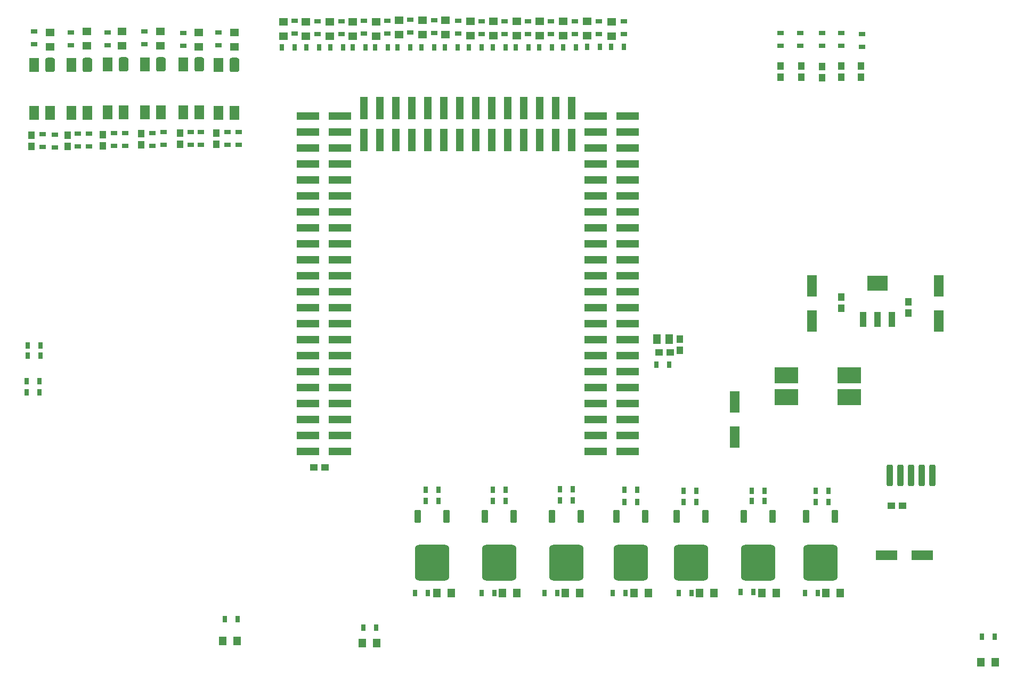
<source format=gtp>
G04*
G04 #@! TF.GenerationSoftware,Altium Limited,Altium Designer,20.1.12 (249)*
G04*
G04 Layer_Color=8421504*
%FSTAX24Y24*%
%MOIN*%
G70*
G04*
G04 #@! TF.SameCoordinates,65647CF5-6095-42B6-9084-E7F1C421F8D5*
G04*
G04*
G04 #@! TF.FilePolarity,Positive*
G04*
G01*
G75*
G04:AMPARAMS|DCode=24|XSize=90mil|YSize=63mil|CornerRadius=15.7mil|HoleSize=0mil|Usage=FLASHONLY|Rotation=270.000|XOffset=0mil|YOffset=0mil|HoleType=Round|Shape=RoundedRectangle|*
%AMROUNDEDRECTD24*
21,1,0.0900,0.0315,0,0,270.0*
21,1,0.0585,0.0630,0,0,270.0*
1,1,0.0315,-0.0157,-0.0293*
1,1,0.0315,-0.0157,0.0293*
1,1,0.0315,0.0157,0.0293*
1,1,0.0315,0.0157,-0.0293*
%
%ADD24ROUNDEDRECTD24*%
%ADD25R,0.0630X0.0900*%
%ADD26R,0.0433X0.0315*%
%ADD27R,0.0550X0.0500*%
%ADD28R,0.0433X0.0472*%
%ADD29R,0.0315X0.0433*%
G04:AMPARAMS|DCode=30|XSize=39.4mil|YSize=78.7mil|CornerRadius=4.9mil|HoleSize=0mil|Usage=FLASHONLY|Rotation=180.000|XOffset=0mil|YOffset=0mil|HoleType=Round|Shape=RoundedRectangle|*
%AMROUNDEDRECTD30*
21,1,0.0394,0.0689,0,0,180.0*
21,1,0.0295,0.0787,0,0,180.0*
1,1,0.0098,-0.0148,0.0344*
1,1,0.0098,0.0148,0.0344*
1,1,0.0098,0.0148,-0.0344*
1,1,0.0098,-0.0148,-0.0344*
%
%ADD30ROUNDEDRECTD30*%
G04:AMPARAMS|DCode=31|XSize=216.5mil|YSize=224.4mil|CornerRadius=27.1mil|HoleSize=0mil|Usage=FLASHONLY|Rotation=180.000|XOffset=0mil|YOffset=0mil|HoleType=Round|Shape=RoundedRectangle|*
%AMROUNDEDRECTD31*
21,1,0.2165,0.1703,0,0,180.0*
21,1,0.1624,0.2244,0,0,180.0*
1,1,0.0541,-0.0812,0.0851*
1,1,0.0541,0.0812,0.0851*
1,1,0.0541,0.0812,-0.0851*
1,1,0.0541,-0.0812,-0.0851*
%
%ADD31ROUNDEDRECTD31*%
G04:AMPARAMS|DCode=32|XSize=39.4mil|YSize=133.9mil|CornerRadius=9.8mil|HoleSize=0mil|Usage=FLASHONLY|Rotation=0.000|XOffset=0mil|YOffset=0mil|HoleType=Round|Shape=RoundedRectangle|*
%AMROUNDEDRECTD32*
21,1,0.0394,0.1142,0,0,0.0*
21,1,0.0197,0.1339,0,0,0.0*
1,1,0.0197,0.0098,-0.0571*
1,1,0.0197,-0.0098,-0.0571*
1,1,0.0197,-0.0098,0.0571*
1,1,0.0197,0.0098,0.0571*
%
%ADD32ROUNDEDRECTD32*%
%ADD33R,0.1299X0.0945*%
%ADD34R,0.0394X0.0945*%
%ADD35R,0.1378X0.0630*%
%ADD36R,0.0630X0.1378*%
%ADD37R,0.0472X0.0433*%
%ADD38R,0.0500X0.0550*%
%ADD39R,0.1398X0.0472*%
%ADD40R,0.1417X0.0472*%
%ADD41R,0.0472X0.1417*%
%ADD42R,0.1516X0.0984*%
%ADD43R,0.0512X0.0591*%
D24*
X0184Y07795D02*
D03*
X023Y078D02*
D03*
X02075Y07795D02*
D03*
X02995D02*
D03*
X02535Y078D02*
D03*
X02775D02*
D03*
D25*
X0174Y07795D02*
D03*
Y07495D02*
D03*
X0184D02*
D03*
X022Y078D02*
D03*
Y075D02*
D03*
X023D02*
D03*
X01975Y07795D02*
D03*
Y07495D02*
D03*
X02075D02*
D03*
X02895Y07795D02*
D03*
Y07495D02*
D03*
X02995D02*
D03*
X02435Y078D02*
D03*
Y075D02*
D03*
X02535D02*
D03*
X02675Y078D02*
D03*
Y075D02*
D03*
X02775D02*
D03*
D26*
X022Y08D02*
D03*
Y0792D02*
D03*
X0243Y08005D02*
D03*
Y07925D02*
D03*
X02675Y07995D02*
D03*
Y07915D02*
D03*
X02895Y08D02*
D03*
Y0792D02*
D03*
X0197Y08D02*
D03*
Y0792D02*
D03*
X0174Y08005D02*
D03*
Y07925D02*
D03*
X0187Y0728D02*
D03*
Y0736D02*
D03*
X017948Y072809D02*
D03*
Y073609D02*
D03*
X04245Y07995D02*
D03*
Y08075D02*
D03*
X04685Y0799D02*
D03*
Y0807D02*
D03*
X03805Y07993D02*
D03*
Y08073D02*
D03*
X04975Y0799D02*
D03*
Y0807D02*
D03*
X0543Y0799D02*
D03*
Y0807D02*
D03*
X03515Y0799D02*
D03*
Y0807D02*
D03*
X05275Y0799D02*
D03*
Y0807D02*
D03*
X02085Y07285D02*
D03*
Y07365D02*
D03*
X0231Y0729D02*
D03*
Y0737D02*
D03*
X0255Y07295D02*
D03*
Y07375D02*
D03*
X02785Y07295D02*
D03*
Y07375D02*
D03*
X0302Y07295D02*
D03*
Y07375D02*
D03*
X02015Y07285D02*
D03*
Y07365D02*
D03*
X0224Y0729D02*
D03*
Y0737D02*
D03*
X0248Y0729D02*
D03*
Y0737D02*
D03*
X0272Y07295D02*
D03*
Y07375D02*
D03*
X0295Y07295D02*
D03*
Y07375D02*
D03*
X0692Y0791D02*
D03*
Y0799D02*
D03*
X0679Y07915D02*
D03*
Y07995D02*
D03*
X0667Y07915D02*
D03*
Y07995D02*
D03*
X06535Y07915D02*
D03*
Y07995D02*
D03*
X064095Y07915D02*
D03*
Y07995D02*
D03*
X04395Y07993D02*
D03*
Y08073D02*
D03*
X0483Y0799D02*
D03*
Y0807D02*
D03*
X0395Y07993D02*
D03*
Y08073D02*
D03*
X0337Y07993D02*
D03*
Y08073D02*
D03*
X05125Y0799D02*
D03*
Y0807D02*
D03*
X03665Y0799D02*
D03*
Y0807D02*
D03*
X0454Y0799D02*
D03*
Y0807D02*
D03*
X04095Y08D02*
D03*
Y0808D02*
D03*
D27*
X02995Y0791D02*
D03*
Y08D02*
D03*
X0277Y0791D02*
D03*
Y08D02*
D03*
X025309Y07917D02*
D03*
Y08007D02*
D03*
X0229Y07917D02*
D03*
Y08007D02*
D03*
X0207Y07915D02*
D03*
Y08005D02*
D03*
X018398Y0791D02*
D03*
Y08D02*
D03*
X0505Y0807D02*
D03*
Y0798D02*
D03*
X05355Y08065D02*
D03*
Y07975D02*
D03*
X052Y0807D02*
D03*
Y0798D02*
D03*
X04615Y0807D02*
D03*
Y0798D02*
D03*
X04905Y0807D02*
D03*
Y0798D02*
D03*
X0476Y0807D02*
D03*
Y0798D02*
D03*
X0417Y08075D02*
D03*
Y07985D02*
D03*
X0447Y0807D02*
D03*
Y0798D02*
D03*
X04315Y08075D02*
D03*
Y07985D02*
D03*
X03735Y08065D02*
D03*
Y07975D02*
D03*
X04025Y08075D02*
D03*
Y07985D02*
D03*
X0388Y08065D02*
D03*
Y07975D02*
D03*
X033Y08065D02*
D03*
Y07975D02*
D03*
X0359Y08065D02*
D03*
Y07975D02*
D03*
X0344Y08065D02*
D03*
Y07975D02*
D03*
D28*
X01725Y07285D02*
D03*
Y07355D02*
D03*
X067912Y063411D02*
D03*
Y062711D02*
D03*
X072112Y062411D02*
D03*
Y063111D02*
D03*
X0195Y07285D02*
D03*
Y07355D02*
D03*
X0241Y07295D02*
D03*
Y07365D02*
D03*
X0217Y0729D02*
D03*
Y0736D02*
D03*
X0288Y073D02*
D03*
Y0737D02*
D03*
X02655Y073D02*
D03*
Y0737D02*
D03*
X0679Y0779D02*
D03*
Y0772D02*
D03*
X06915Y0779D02*
D03*
Y0772D02*
D03*
X0654Y0779D02*
D03*
Y0772D02*
D03*
X0667Y07785D02*
D03*
Y07715D02*
D03*
X0641Y0779D02*
D03*
Y0772D02*
D03*
X0578Y0608D02*
D03*
Y0601D02*
D03*
D29*
X06645Y0449D02*
D03*
X06565D02*
D03*
X0624Y04495D02*
D03*
X0616D02*
D03*
X0544Y0449D02*
D03*
X0536D02*
D03*
X05855D02*
D03*
X05775D02*
D03*
X05015D02*
D03*
X04935D02*
D03*
X0462D02*
D03*
X0454D02*
D03*
X04205D02*
D03*
X04125D02*
D03*
X0663Y0513D02*
D03*
X0671D02*
D03*
X0623D02*
D03*
X0631D02*
D03*
X05805D02*
D03*
X05885D02*
D03*
X05435Y05135D02*
D03*
X05515D02*
D03*
X0503Y0514D02*
D03*
X0511D02*
D03*
X0461Y05135D02*
D03*
X0469D02*
D03*
X0419D02*
D03*
X0427D02*
D03*
X0663Y0506D02*
D03*
X0671D02*
D03*
X0623Y05065D02*
D03*
X0631D02*
D03*
X05805Y0506D02*
D03*
X05885D02*
D03*
X05435D02*
D03*
X05515D02*
D03*
X0503Y0507D02*
D03*
X0511D02*
D03*
X0461Y05065D02*
D03*
X0469D02*
D03*
X0419D02*
D03*
X0427D02*
D03*
X05635Y0592D02*
D03*
X05715D02*
D03*
X037984Y042722D02*
D03*
X038784D02*
D03*
X02935Y04325D02*
D03*
X03015D02*
D03*
X0767Y04215D02*
D03*
X0775D02*
D03*
X0513Y07905D02*
D03*
X0505D02*
D03*
X0543Y0791D02*
D03*
X0535D02*
D03*
X0528D02*
D03*
X052D02*
D03*
X0469Y07905D02*
D03*
X0461D02*
D03*
X0498D02*
D03*
X049D02*
D03*
X04835D02*
D03*
X04755D02*
D03*
X04245D02*
D03*
X04165D02*
D03*
X0454D02*
D03*
X0446D02*
D03*
X0439D02*
D03*
X0431D02*
D03*
X03815D02*
D03*
X03735D02*
D03*
X04095D02*
D03*
X04015D02*
D03*
X03955D02*
D03*
X03875D02*
D03*
X0337D02*
D03*
X0329D02*
D03*
X03675D02*
D03*
X03595D02*
D03*
X03525D02*
D03*
X03445D02*
D03*
X01695Y05815D02*
D03*
X01775D02*
D03*
X01695Y05745D02*
D03*
X01775D02*
D03*
X017Y05975D02*
D03*
X0178D02*
D03*
X017Y0604D02*
D03*
X0178D02*
D03*
D30*
X05565Y0497D02*
D03*
X05385Y0497D02*
D03*
X043199Y0497D02*
D03*
X0414Y0497D02*
D03*
X0594Y0497D02*
D03*
X0576Y0497D02*
D03*
X0675Y0497D02*
D03*
X0657Y0497D02*
D03*
X0636Y0497D02*
D03*
X061801Y0497D02*
D03*
X0474Y0497D02*
D03*
X0456Y0497D02*
D03*
X0516Y0497D02*
D03*
X0498Y0497D02*
D03*
D31*
X05475Y046787D02*
D03*
X0423D02*
D03*
X0585D02*
D03*
X0666D02*
D03*
X0627D02*
D03*
X0465D02*
D03*
X0507D02*
D03*
D32*
X073608Y05225D02*
D03*
X072269D02*
D03*
X072939D02*
D03*
X0716D02*
D03*
X070931D02*
D03*
D33*
X070162Y064303D02*
D03*
D34*
X071068Y062019D02*
D03*
X070162D02*
D03*
X069257D02*
D03*
D35*
X070748Y04725D02*
D03*
X072952D02*
D03*
D36*
X074012Y064113D02*
D03*
Y061909D02*
D03*
X066062D02*
D03*
Y064113D02*
D03*
X06125Y054648D02*
D03*
Y056852D02*
D03*
D37*
X07105Y05035D02*
D03*
X07175D02*
D03*
X0349Y05275D02*
D03*
X0356D02*
D03*
X0565Y05995D02*
D03*
X0572D02*
D03*
D38*
X07665Y04055D02*
D03*
X07755D02*
D03*
X0301Y0419D02*
D03*
X0292D02*
D03*
X03885Y04175D02*
D03*
X03795D02*
D03*
X0435Y0449D02*
D03*
X0426D02*
D03*
X05585D02*
D03*
X05495D02*
D03*
X05995D02*
D03*
X05905D02*
D03*
X06785D02*
D03*
X06695D02*
D03*
X06385D02*
D03*
X06295D02*
D03*
X0476D02*
D03*
X0467D02*
D03*
X05155D02*
D03*
X05065D02*
D03*
D39*
X03455Y07475D02*
D03*
X03655D02*
D03*
X03455Y05575D02*
D03*
Y05475D02*
D03*
Y05875D02*
D03*
Y05775D02*
D03*
Y06175D02*
D03*
Y06075D02*
D03*
Y06475D02*
D03*
Y06375D02*
D03*
Y06875D02*
D03*
Y06775D02*
D03*
Y06675D02*
D03*
Y07175D02*
D03*
Y07075D02*
D03*
Y07375D02*
D03*
Y05375D02*
D03*
Y06575D02*
D03*
Y06275D02*
D03*
Y05975D02*
D03*
Y05675D02*
D03*
Y07275D02*
D03*
Y06975D02*
D03*
X03655Y05575D02*
D03*
Y05475D02*
D03*
Y05875D02*
D03*
Y05775D02*
D03*
Y06175D02*
D03*
Y06075D02*
D03*
Y06475D02*
D03*
Y06375D02*
D03*
Y06875D02*
D03*
Y06775D02*
D03*
Y06675D02*
D03*
Y07175D02*
D03*
Y07075D02*
D03*
Y07375D02*
D03*
Y05375D02*
D03*
Y06575D02*
D03*
Y06275D02*
D03*
Y05975D02*
D03*
Y05675D02*
D03*
Y07275D02*
D03*
Y06975D02*
D03*
D40*
X05455Y05575D02*
D03*
Y05475D02*
D03*
Y05875D02*
D03*
Y05775D02*
D03*
Y06175D02*
D03*
Y06075D02*
D03*
Y06475D02*
D03*
Y06375D02*
D03*
Y06875D02*
D03*
Y06775D02*
D03*
Y06675D02*
D03*
Y07175D02*
D03*
Y07075D02*
D03*
Y07475D02*
D03*
Y07375D02*
D03*
Y05375D02*
D03*
Y06575D02*
D03*
Y06275D02*
D03*
Y05975D02*
D03*
Y05675D02*
D03*
Y07275D02*
D03*
Y06975D02*
D03*
X05255Y05575D02*
D03*
Y05475D02*
D03*
Y05875D02*
D03*
Y05775D02*
D03*
Y06175D02*
D03*
Y06075D02*
D03*
Y06475D02*
D03*
Y06375D02*
D03*
Y06875D02*
D03*
Y06775D02*
D03*
Y06675D02*
D03*
Y07175D02*
D03*
Y07075D02*
D03*
Y07375D02*
D03*
Y06575D02*
D03*
Y06275D02*
D03*
Y05975D02*
D03*
Y05675D02*
D03*
Y07275D02*
D03*
Y06975D02*
D03*
Y05375D02*
D03*
Y07475D02*
D03*
D41*
X03805Y07325D02*
D03*
X03905D02*
D03*
X04105D02*
D03*
X04205D02*
D03*
X04405D02*
D03*
X04505D02*
D03*
X04705D02*
D03*
X04805D02*
D03*
X05105D02*
D03*
X05005D02*
D03*
X04005D02*
D03*
X04305D02*
D03*
X04605D02*
D03*
X04905D02*
D03*
X03805Y07525D02*
D03*
X03905D02*
D03*
X04105D02*
D03*
X04205D02*
D03*
X04405D02*
D03*
X04505D02*
D03*
X04705D02*
D03*
X04805D02*
D03*
X05105D02*
D03*
X05005D02*
D03*
X04005D02*
D03*
X04305D02*
D03*
X04605D02*
D03*
X04905D02*
D03*
D42*
X0684Y05715D02*
D03*
Y058528D02*
D03*
X064483Y05715D02*
D03*
Y058528D02*
D03*
D43*
X057124Y0608D02*
D03*
X056376D02*
D03*
M02*

</source>
